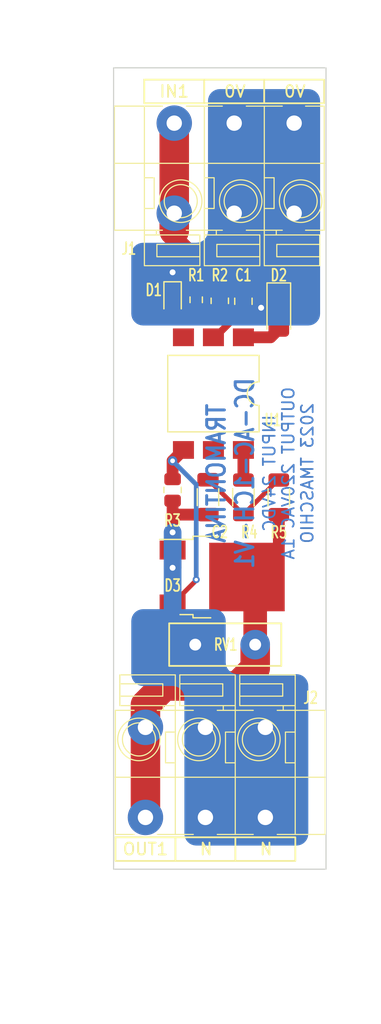
<source format=kicad_pcb>
(kicad_pcb (version 20221018) (generator pcbnew)
  (layers (0 "F.Cu" signal) (31 "B.Cu" signal) (34 "B.Paste" user) (35 "F.Paste" user) (36 "B.SilkS" user "B.Silkscreen") (37 "F.SilkS" user "F.Silkscreen") (38 "B.Mask" user) (39 "F.Mask" user) (44 "Edge.Cuts" user))
  (net 0 "")
  (net 1 "GND")
  (net 2 "Net-(D2-K)")
  (net 3 "Net-(C2-Pad1)")
  (net 4 "Net-(D3-A1)")
  (net 5 "Net-(D1-A)")
  (net 6 "Net-(D2-A)")
  (net 7 "Net-(D3-A2)")
  (net 8 "Net-(D3-G)")
  (net 9 "Net-(J1-Pin_3)")
  (net 10 "Net-(R4-Pad2)")
  (footprint "Tales:R_0603_1608Metric" (layer "F.Cu") (at 107 81.825 -90)
    (fp_text reference "R1" (at -2.075 0) (layer "F.SilkS") (effects (font (size 1 0.7))))
    (fp_text value "5,6k/100mW")
    (fp_line (start -0.237258 -0.5225) (end 0.237258 -0.5225) (stroke (width 0.12)) (layer "F.SilkS"))
    (fp_line (start -0.237258 0.5225) (end 0.237258 0.5225) (stroke (width 0.12)) (layer "F.SilkS"))
    (pad "1" smd roundrect (at -0.825 0 270) (size 0.8 0.95) (layers "F.Cu" "F.Paste" "F.Mask") (net 9 "Net-(J1-Pin_3)"))
    (pad "2" smd roundrect (at 0.825 0 270) (size 0.8 0.95) (layers "F.Cu" "F.Paste" "F.Mask") (net 5 "Net-(D1-A)"))
  )
  (footprint "Tales:C_1206_3216Metric" (layer "F.Cu") (at 108 98.525 -90)
    (fp_text reference "C2" (at 2.95 -1) (layer "F.SilkS") (effects (font (size 1 0.7))))
    (fp_text value "22nF/630V")
    (fp_line (start -0.711252 -0.91) (end 0.711252 -0.91) (stroke (width 0.12)) (layer "F.SilkS"))
    (fp_line (start -0.711252 0.91) (end 0.711252 0.91) (stroke (width 0.12)) (layer "F.SilkS"))
    (pad "1" smd roundrect (at -1.475 0 270) (size 1.15 1.8) (layers "F.Cu" "F.Paste" "F.Mask") (roundrect_rratio 0.2173913043) (net 3 "Net-(C2-Pad1)"))
    (pad "2" smd roundrect (at 1.475 0 270) (size 1.15 1.8) (layers "F.Cu" "F.Paste" "F.Mask") (roundrect_rratio 0.2173913043) (net 4 "Net-(D3-A1)"))
  )
  (footprint "Tales:LED_0603_1608Metric" (layer "F.Cu") (at 105 81.7875 -90)
    (fp_text reference "D1" (at -0.7875 1.6) (layer "F.SilkS") (effects (font (size 1 0.7))))
    (fp_text value "GREEN")
    (fp_line (start -1.485 -0.735) (end -1.485 0.735) (stroke (width 0.12)) (layer "F.SilkS"))
    (fp_line (start -1.485 0.735) (end 0.8 0.735) (stroke (width 0.12)) (layer "F.SilkS"))
    (fp_line (start 0.8 -0.735) (end -1.485 -0.735) (stroke (width 0.12)) (layer "F.SilkS"))
    (pad "1" smd roundrect (at -0.7875 0 270) (size 0.875 0.95) (layers "F.Cu" "F.Paste" "F.Mask") (net 1 "GND"))
    (pad "2" smd roundrect (at 0.7875 0 270) (size 0.875 0.95) (layers "F.Cu" "F.Paste" "F.Mask") (net 5 "Net-(D1-A)"))
  )
  (footprint "Tales:TO-252-2" (layer "F.Cu") (at 109.2 105.28)
    (fp_text reference "D3" (at -4.2 0.72) (layer "F.SilkS") (effects (font (size 1 0.7))))
    (fp_text value "T435-600B")
    (fp_line (start -2.47 -3.45) (end -2.47 -3.18) (stroke (width 0.12)) (layer "F.SilkS"))
    (fp_line (start -2.47 -3.18) (end -5.3 -3.18) (stroke (width 0.12)) (layer "F.SilkS"))
    (fp_line (start -2.47 3.18) (end -3.57 3.18) (stroke (width 0.12)) (layer "F.SilkS"))
    (fp_line (start -2.47 3.45) (end -2.47 3.18) (stroke (width 0.12)) (layer "F.SilkS"))
    (fp_line (start -0.97 -3.45) (end -2.47 -3.45) (stroke (width 0.12)) (layer "F.SilkS"))
    (fp_line (start -0.97 3.45) (end -2.47 3.45) (stroke (width 0.12)) (layer "F.SilkS"))
    (pad "1" smd rect (at -4.2 -2.28) (size 2.2 1.6) (layers "F.Cu" "F.Paste" "F.Mask") (net 4 "Net-(D3-A1)"))
    (pad "2" smd rect (at 2.1 0) (size 6.4 5.8) (layers "F.Cu" "F.Mask") (net 7 "Net-(D3-A2)"))
    (pad "3" smd rect (at -4.2 2.28) (size 2.2 1.6) (layers "F.Cu" "F.Paste" "F.Mask") (net 8 "Net-(D3-G)"))
  )
  (footprint "Tales:TerminalBlock_Dibo_DB142V-5.08-3P_1x03_P5.08mm_Vertical" (layer "F.Cu") (at 102.7 125.62)
    (fp_text reference "J2" (at 14 -10.12 unlocked) (layer "F.SilkS") (effects (font (size 1 0.7))))
    (fp_text value "DB142V-5.08-3P")
    (fp_line (start -2.55 1.44) (end -2.55 -9.06) (stroke (width 0.1)) (layer "F.SilkS"))
    (fp_line (start -2.17 -12.06) (end 2.53 -12.06) (stroke (width 0.1)) (layer "F.SilkS"))
    (fp_line (start -2.17 -9.46) (end -2.17 -12.06) (stroke (width 0.1)) (layer "F.SilkS"))
    (fp_line (start -2.11 -10.26) (end 1.47 -10.26) (stroke (width 0.1)) (layer "F.SilkS"))
    (fp_line (start -0.966 -9.06) (end -2.55 -9.06) (stroke (width 0.1)) (layer "F.SilkS"))
    (fp_line (start -0.966 1.44) (end -2.55 1.44) (stroke (width 0.1)) (layer "F.SilkS"))
    (fp_line (start 1.47 -11.303) (end -2.11 -11.303) (stroke (width 0.1)) (layer "F.SilkS"))
    (fp_line (start 1.47 -10.26) (end 1.47 -11.303) (stroke (width 0.1)) (layer "F.SilkS"))
    (fp_line (start 1.514 -9.46) (end 1.514 -9.06) (stroke (width 0.1)) (layer "F.SilkS"))
    (fp_line (start 1.701 -7.22) (end 2.53 -7.22) (stroke (width 0.1)) (layer "F.SilkS"))
    (fp_line (start 1.701 -4.62) (end 1.701 -7.22) (stroke (width 0.1)) (layer "F.SilkS"))
    (fp_line (start 2.53 -12.06) (end 2.53 -9.06) (stroke (width 0.1)) (layer "F.SilkS"))
    (fp_line (start 2.53 -9.46) (end -2.17 -9.46) (stroke (width 0.1)) (layer "F.SilkS"))
    (fp_line (start 2.53 -4.62) (end 1.701 -4.62) (stroke (width 0.1)) (layer "F.SilkS"))
    (fp_line (start 2.53 1.44) (end 2.53 -9.06) (stroke (width 0.1)) (layer "F.SilkS"))
    (fp_line (start 2.91 -12.06) (end 7.61 -12.06) (stroke (width 0.1)) (layer "F.SilkS"))
    (fp_line (start 2.91 -9.46) (end 2.91 -12.06) (stroke (width 0.1)) (layer "F.SilkS"))
    (fp_line (start 2.97 -10.26) (end 6.55 -10.26) (stroke (width 0.1)) (layer "F.SilkS"))
    (fp_line (start 4.054 -9.06) (end 1.006 -9.06) (stroke (width 0.1)) (layer "F.SilkS"))
    (fp_line (start 4.054 1.44) (end 1.006 1.44) (stroke (width 0.1)) (layer "F.SilkS"))
    (fp_line (start 6.55 -11.303) (end 2.97 -11.303) (stroke (width 0.1)) (layer "F.SilkS"))
    (fp_line (start 6.55 -10.26) (end 6.55 -11.303) (stroke (width 0.1)) (layer "F.SilkS"))
    (fp_line (start 6.594 -9.46) (end 6.594 -9.06) (stroke (width 0.1)) (layer "F.SilkS"))
    (fp_line (start 6.781 -7.22) (end 7.61 -7.22) (stroke (width 0.1)) (layer "F.SilkS"))
    (fp_line (start 6.781 -4.62) (end 6.781 -7.22) (stroke (width 0.1)) (layer "F.SilkS"))
    (fp_line (start 7.61 -12.06) (end 7.61 -9.06) (stroke (width 0.1)) (layer "F.SilkS"))
    (fp_line (start 7.61 -9.46) (end 2.91 -9.46) (stroke (width 0.1)) (layer "F.SilkS"))
    (fp_line (start 7.61 -4.62) (end 6.781 -4.62) (stroke (width 0.1)) (layer "F.SilkS"))
    (fp_line (start 7.61 1.44) (end 7.61 -9.06) (stroke (width 0.1)) (layer "F.SilkS"))
    (fp_line (start 7.99 -12.06) (end 12.69 -12.06) (stroke (width 0.1)) (layer "F.SilkS"))
    (fp_line (start 7.99 -9.46) (end 7.99 -12.06) (stroke (width 0.1)) (layer "F.SilkS"))
    (fp_line (start 8.05 -10.26) (end 11.63 -10.26) (stroke (width 0.1)) (layer "F.SilkS"))
    (fp_line (start 9.134 -9.06) (end 6.086 -9.06) (stroke (width 0.1)) (layer "F.SilkS"))
    (fp_line (start 9.134 1.44) (end 6.086 1.44) (stroke (width 0.1)) (layer "F.SilkS"))
    (fp_line (start 11.166 -9.06) (end 15.23 -9.06) (stroke (width 0.1)) (layer "F.SilkS"))
    (fp_line (start 11.63 -11.303) (end 8.05 -11.303) (stroke (width 0.1)) (layer "F.SilkS"))
    (fp_line (start 11.63 -10.26) (end 11.63 -11.303) (stroke (width 0.1)) (layer "F.SilkS"))
    (fp_line (start 11.674 -9.46) (end 11.674 -9.06) (stroke (width 0.1)) (layer "F.SilkS"))
    (fp_line (start 11.861 -7.22) (end 12.69 -7.22) (stroke (width 0.1)) (layer "F.SilkS"))
    (fp_line (start 11.861 -4.62) (end 11.861 -7.22) (stroke (width 0.1)) (layer "F.SilkS"))
    (fp_line (start 12.69 -12.06) (end 12.69 -9.06) (stroke (width 0.1)) (layer "F.SilkS"))
    (fp_line (start 12.69 -9.46) (end 7.99 -9.46) (stroke (width 0.1)) (layer "F.SilkS"))
    (fp_line (start 12.69 -4.62) (end 11.861 -4.62) (stroke (width 0.1)) (layer "F.SilkS"))
    (fp_line (start 12.69 1.44) (end 12.69 -9.06) (stroke (width 0.1)) (layer "F.SilkS"))
    (fp_line (start 15.23 -9.06) (end 15.23 1.44) (stroke (width 0.1)) (layer "F.SilkS"))
    (fp_line (start 15.23 -3.4) (end -2.58 -3.4) (stroke (width 0.1)) (layer "F.SilkS"))
    (fp_line (start 15.23 1.44) (end 11.166 1.44) (stroke (width 0.1)) (layer "F.SilkS"))
    (fp_circle (center -0.55 -6.6) (end 0.85 -6.6) (stroke (width 0.1)) (fill none) (layer "F.SilkS"))
    (fp_circle (center -0.55 -6.6) (end 1.25 -6.6) (stroke (width 0.1)) (fill none) (layer "F.SilkS"))
    (fp_circle (center 4.53 -6.6) (end 5.93 -6.6) (stroke (width 0.1)) (fill none) (layer "F.SilkS"))
    (fp_circle (center 4.53 -6.6) (end 6.33 -6.6) (stroke (width 0.1)) (fill none) (layer "F.SilkS"))
    (fp_circle (center 9.61 -6.6) (end 11.01 -6.6) (stroke (width 0.1)) (fill none) (layer "F.SilkS"))
    (fp_circle (center 9.61 -6.6) (end 11.41 -6.6) (stroke (width 0.1)) (fill none) (layer "F.SilkS"))
    (pad "1" thru_hole circle (at 0 -7.62 180) (size 3 3) (drill 1.3) (layers "*.Cu" "*.Mask") (net 7 "Net-(D3-A2)"))
    (pad "1" thru_hole circle (at 0 0 180) (size 3 3) (drill 1.3) (layers "*.Cu" "*.Mask") (net 7 "Net-(D3-A2)"))
    (pad "2" thru_hole circle (at 5.08 -7.62 180) (size 3 3) (drill 1.3) (layers "*.Cu" "*.Mask") (net 4 "Net-(D3-A1)"))
    (pad "2" thru_hole circle (at 5.08 0 180) (size 3 3) (drill 1.3) (layers "*.Cu" "*.Mask") (net 4 "Net-(D3-A1)"))
    (pad "3" thru_hole circle (at 10.16 -7.62 180) (size 3 3) (drill 1.3) (layers "*.Cu" "*.Mask") (net 4 "Net-(D3-A1)"))
    (pad "3" thru_hole circle (at 10.16 0 180) (size 3 3) (drill 1.3) (layers "*.Cu" "*.Mask") (net 4 "Net-(D3-A1)"))
  )
  (footprint "Tales:R_0805_2012Metric" (layer "F.Cu") (at 109 81.9125 -90)
    (fp_text reference "R2" (at -2.1625 0) (layer "F.SilkS") (effects (font (size 1 0.7))))
    (fp_text value "1k8/125mW")
    (fp_line (start -0.227064 -0.735) (end 0.227064 -0.735) (stroke (width 0.12)) (layer "F.SilkS"))
    (fp_line (start -0.227064 0.735) (end 0.227064 0.735) (stroke (width 0.12)) (layer "F.SilkS"))
    (pad "1" smd roundrect (at -0.9125 0 270) (size 1.025 1.4) (layers "F.Cu" "F.Paste" "F.Mask") (roundrect_rratio 0.243902439) (net 2 "Net-(D2-K)"))
    (pad "2" smd roundrect (at 0.9125 0 270) (size 1.025 1.4) (layers "F.Cu" "F.Paste" "F.Mask") (roundrect_rratio 0.243902439) (net 9 "Net-(J1-Pin_3)"))
  )
  (footprint "Tales:RV_Disc_D9.50mm_W3.6mm_P5.08mm" (layer "F.Cu") (at 112 111 180)
    (fp_text reference "RV1" (at 2.5 0) (layer "F.SilkS") (effects (font (size 1 0.7))))
    (fp_text value "275VAC")
    (fp_line (start -2.21 -1.8) (end -2.21 1.8) (stroke (width 0.15)) (layer "F.SilkS"))
    (fp_line (start -2.21 -1.8) (end 7.29 -1.8) (stroke (width 0.15)) (layer "F.SilkS"))
    (fp_line (start -2.21 1.8) (end 7.29 1.8) (stroke (width 0.15)) (layer "F.SilkS"))
    (fp_line (start 7.29 -1.8) (end 7.29 1.8) (stroke (width 0.15)) (layer "F.SilkS"))
    (pad "1" thru_hole circle (at 0 0 180) (size 2.5 2.5) (drill 1) (layers "*.Cu" "*.Mask") (net 7 "Net-(D3-A2)"))
    (pad "2" thru_hole circle (at 5.08 0 180) (size 2.5 2.5) (drill 1) (layers "*.Cu" "*.Mask") (net 4 "Net-(D3-A1)"))
  )
  (footprint "Tales:R_1206_3216Metric" (layer "F.Cu") (at 114 98.5375 90)
    (fp_text reference "R5" (at -2.9625 0) (layer "F.SilkS") (effects (font (size 1 0.7))))
    (fp_text value "51R/250mW")
    (fp_line (start -0.727064 -0.91) (end 0.727064 -0.91) (stroke (width 0.12)) (layer "F.SilkS"))
    (fp_line (start -0.727064 0.91) (end 0.727064 0.91) (stroke (width 0.12)) (layer "F.SilkS"))
    (pad "1" smd roundrect (at -1.4625 0 90) (size 1.125 1.75) (layers "F.Cu" "F.Paste" "F.Mask") (roundrect_rratio 0.2222222222) (net 7 "Net-(D3-A2)"))
    (pad "2" smd roundrect (at 1.4625 0 90) (size 1.125 1.75) (layers "F.Cu" "F.Paste" "F.Mask") (roundrect_rratio 0.2222222222) (net 3 "Net-(C2-Pad1)"))
  )
  (footprint "Tales:TerminalBlock_Dibo_DB142V-5.08-3P_1x03_P5.08mm_Vertical" (layer "F.Cu") (at 115.3 66.88 180)
    (fp_text reference "J1" (at 14 -10.62 unlocked) (layer "F.SilkS") (effects (font (size 1 0.7))))
    (fp_text value "DB142V-5.08-3P")
    (fp_line (start -2.55 1.44) (end -2.55 -9.06) (stroke (width 0.1)) (layer "F.SilkS"))
    (fp_line (start -2.17 -12.06) (end 2.53 -12.06) (stroke (width 0.1)) (layer "F.SilkS"))
    (fp_line (start -2.17 -9.46) (end -2.17 -12.06) (stroke (width 0.1)) (layer "F.SilkS"))
    (fp_line (start -2.11 -10.26) (end 1.47 -10.26) (stroke (width 0.1)) (layer "F.SilkS"))
    (fp_line (start -0.966 -9.06) (end -2.55 -9.06) (stroke (width 0.1)) (layer "F.SilkS"))
    (fp_line (start -0.966 1.44) (end -2.55 1.44) (stroke (width 0.1)) (layer "F.SilkS"))
    (fp_line (start 1.47 -11.303) (end -2.11 -11.303) (stroke (width 0.1)) (layer "F.SilkS"))
    (fp_line (start 1.47 -10.26) (end 1.47 -11.303) (stroke (width 0.1)) (layer "F.SilkS"))
    (fp_line (start 1.514 -9.46) (end 1.514 -9.06) (stroke (width 0.1)) (layer "F.SilkS"))
    (fp_line (start 1.701 -7.22) (end 2.53 -7.22) (stroke (width 0.1)) (layer "F.SilkS"))
    (fp_line (start 1.701 -4.62) (end 1.701 -7.22) (stroke (width 0.1)) (layer "F.SilkS"))
    (fp_line (start 2.53 -12.06) (end 2.53 -9.06) (stroke (width 0.1)) (layer "F.SilkS"))
    (fp_line (start 2.53 -9.46) (end -2.17 -9.46) (stroke (width 0.1)) (layer "F.SilkS"))
    (fp_line (start 2.53 -4.62) (end 1.701 -4.62) (stroke (width 0.1)) (layer "F.SilkS"))
    (fp_line (start 2.53 1.44) (end 2.53 -9.06) (stroke (width 0.1)) (layer "F.SilkS"))
    (fp_line (start 2.91 -12.06) (end 7.61 -12.06) (stroke (width 0.1)) (layer "F.SilkS"))
    (fp_line (start 2.91 -9.46) (end 2.91 -12.06) (stroke (width 0.1)) (layer "F.SilkS"))
    (fp_line (start 2.97 -10.26) (end 6.55 -10.26) (stroke (width 0.1)) (layer "F.SilkS"))
    (fp_line (start 4.054 -9.06) (end 1.006 -9.06) (stroke (width 0.1)) (layer "F.SilkS"))
    (fp_line (start 4.054 1.44) (end 1.006 1.44) (stroke (width 0.1)) (layer "F.SilkS"))
    (fp_line (start 6.55 -11.303) (end 2.97 -11.303) (stroke (width 0.1)) (layer "F.SilkS"))
    (fp_line (start 6.55 -10.26) (end 6.55 -11.303) (stroke (width 0.1)) (layer "F.SilkS"))
    (fp_line (start 6.594 -9.46) (end 6.594 -9.06) (stroke (width 0.1)) (layer "F.SilkS"))
    (fp_line (start 6.781 -7.22) (end 7.61 -7.22) (stroke (width 0.1)) (layer "F.SilkS"))
    (fp_line (start 6.781 -4.62) (end 6.781 -7.22) (stroke (width 0.1)) (layer "F.SilkS"))
    (fp_line (start 7.61 -12.06) (end 7.61 -9.06) (stroke (width 0.1)) (layer "F.SilkS"))
    (fp_line (start 7.61 -9.46) (end 2.91 -9.46) (stroke (width 0.1)) (layer "F.SilkS"))
    (fp_line (start 7.61 -4.62) (end 6.781 -4.62) (stroke (width 0.1)) (layer "F.SilkS"))
    (fp_line (start 7.61 1.44) (end 7.61 -9.06) (stroke (width 0.1)) (layer "F.SilkS"))
    (fp_line (start 7.99 -12.06) (end 12.69 -12.06) (stroke (width 0.1)) (layer "F.SilkS"))
    (fp_line (start 7.99 -9.46) (end 7.99 -12.06) (stroke (width 0.1)) (layer "F.SilkS"))
    (fp_line (start 8.05 -10.26) (end 11.63 -10.26) (stroke (width 0.1)) (layer "F.SilkS"))
    (fp_line (start 9.134 -9.06) (end 6.086 -9.06) (stroke (width 0.1)) (layer "F.SilkS"))
    (fp_line (start 9.134 1.44) (end 6.086 1.44) (stroke (width 0.1)) (layer "F.SilkS"))
    (fp_line (start 11.166 -9.06) (end 15.23 -9.06) (stroke (width 0.1)) (layer "F.SilkS"))
    (fp_line (start 11.63 -11.303) (end 8.05 -11.303) (stroke (width 0.1)) (layer "F.SilkS"))
    (fp_line (start 11.63 -10.26) (end 11.63 -11.303) (stroke (width 0.1)) (layer "F.SilkS"))
    (fp_line (start 11.674 -9.46) (end 11.674 -9.06) (stroke (width 0.1)) (layer "F.SilkS"))
    (fp_line (start 11.861 -7.22) (end 12.69 -7.22) (stroke (width 0.1)) (layer "F.SilkS"))
    (fp_line (start 11.861 -4.62) (end 11.861 -7.22) (stroke (width 0.1)) (layer "F.SilkS"))
    (fp_line (start 12.69 -12.06) (end 12.69 -9.06) (stroke (width 0.1)) (layer "F.SilkS"))
    (fp_line (start 12.69 -9.46) (end 7.99 -9.46) (stroke (width 0.1)) (layer "F.SilkS"))
    (fp_line (start 12.69 -4.62) (end 11.861 -4.62) (stroke (width 0.1)) (layer "F.SilkS"))
    (fp_line (start 12.69 1.44) (end 12.69 -9.06) (stroke (width 0.1)) (layer "F.SilkS"))
    (fp_line (start 15.23 -9.06) (end 15.23 1.44) (stroke (width 0.1)) (layer "F.SilkS"))
    (fp_line (start 15.23 -3.4) (end -2.58 -3.4) (stroke (width 0.1)) (layer "F.SilkS"))
    (fp_line (start 15.23 1.44) (end 11.166 1.44) (stroke (width 0.1)) (layer "F.SilkS"))
    (fp_circle (center -0.55 -6.6) (end 0.85 -6.6) (stroke (width 0.1)) (fill none) (layer "F.SilkS"))
    (fp_circle (center -0.55 -6.6) (end 1.25 -6.6) (stroke (width 0.1)) (fill none) (layer "F.SilkS"))
    (fp_circle (center 4.53 -6.6) (end 5.93 -6.6) (stroke (width 0.1)) (fill none) (layer "F.SilkS"))
    (fp_circle (center 4.53 -6.6) (end 6.33 -6.6) (stroke (width 0.1)) (fill none) (layer "F.SilkS"))
    (fp_circle (center 9.61 -6.6) (end 11.01 -6.6) (stroke (width 0.1)) (fill none) (layer "F.SilkS"))
    (fp_circle (center 9.61 -6.6) (end 11.41 -6.6) (stroke (width 0.1)) (fill none) (layer "F.SilkS"))
    (pad "1" thru_hole circle (at 0 -7.62) (size 3 3) (drill 1.3) (layers "*.Cu" "*.Mask") (net 1 "GND"))
    (pad "1" thru_hole circle (at 0 0) (size 3 3) (drill 1.3) (layers "*.Cu" "*.Mask") (net 1 "GND"))
    (pad "2" thru_hole circle (at 5.08 -7.62) (size 3 3) (drill 1.3) (layers "*.Cu" "*.Mask") (net 1 "GND"))
    (pad "2" thru_hole circle (at 5.08 0) (size 3 3) (drill 1.3) (layers "*.Cu" "*.Mask") (net 1 "GND"))
    (pad "3" thru_hole circle (at 10.16 -7.62) (size 3 3) (drill 1.3) (layers "*.Cu" "*.Mask") (net 9 "Net-(J1-Pin_3)"))
    (pad "3" thru_hole circle (at 10.16 0) (size 3 3) (drill 1.3) (layers "*.Cu" "*.Mask") (net 9 "Net-(J1-Pin_3)"))
  )
  (footprint "Tales:D_SOD-123" (layer "F.Cu") (at 114 82.65 -90)
    (fp_text reference "D2" (at -2.9 0) (layer "F.SilkS") (effects (font (size 1 0.7))))
    (fp_text value "9V1/500mW")
    (fp_line (start -2.25 -1) (end -2.25 1) (stroke (width 0.12)) (layer "F.SilkS"))
    (fp_line (start -2.25 -1) (end 1.65 -1) (stroke (width 0.12)) (layer "F.SilkS"))
    (fp_line (start -2.25 1) (end 1.65 1) (stroke (width 0.12)) (layer "F.SilkS"))
    (pad "1" smd roundrect (at -1.65 0 270) (size 1.3 1.75) (layers "F.Cu" "F.Paste" "F.Mask") (net 2 "Net-(D2-K)"))
    (pad "2" smd roundrect (at 1.65 0 270) (size 1.3 1.75) (layers "F.Cu" "F.Paste" "F.Mask") (net 6 "Net-(D2-A)"))
  )
  (footprint "Tales:C_0805_2012Metric" (layer "F.Cu") (at 111 81.95 -90)
    (fp_text reference "C1" (at -2.2 0) (layer "F.SilkS") (effects (font (size 1 0.7))))
    (fp_text value "33nF/50V")
    (fp_line (start -0.261252 -0.735) (end 0.261252 -0.735) (stroke (width 0.12)) (layer "F.SilkS"))
    (fp_line (start -0.261252 0.735) (end 0.261252 0.735) (stroke (width 0.12)) (layer "F.SilkS"))
    (pad "1" smd roundrect (at -0.95 0 270) (size 1 1.45) (layers "F.Cu" "F.Paste" "F.Mask") (net 2 "Net-(D2-K)"))
    (pad "2" smd roundrect (at 0.95 0 270) (size 1 1.45) (layers "F.Cu" "F.Paste" "F.Mask") (net 1 "GND"))
  )
  (footprint "Tales:SMDIP-6_W9.53mm_Clearance8mm" (layer "F.Cu") (at 108.46 89.765 -90)
    (fp_text reference "U1" (at 2.235 -5.04) (layer "F.SilkS") (effects (font (size 1 0.7))))
    (fp_text value "MOC3063S")
    (fp_line (start -3.235 -3.87) (end -3.235 3.87) (stroke (width 0.12)) (layer "F.SilkS"))
    (fp_line (start -3.235 3.87) (end 3.235 3.87) (stroke (width 0.12)) (layer "F.SilkS"))
    (fp_line (start -1 -3.87) (end -3.235 -3.87) (stroke (width 0.12)) (layer "F.SilkS"))
    (fp_line (start 3.235 -3.87) (end 1 -3.87) (stroke (width 0.12)) (layer "F.SilkS"))
    (fp_line (start 3.235 3.87) (end 3.235 -3.87) (stroke (width 0.12)) (layer "F.SilkS"))
    (fp_arc (start 1 -3.87) (mid 0 -2.87) (end -1 -3.87) (stroke (width 0.12)) (layer "F.SilkS"))
    (pad "1" smd rect (at -4.765 -2.54 270) (size 1.5 1.78) (layers "F.Cu" "F.Paste" "F.Mask") (net 6 "Net-(D2-A)"))
    (pad "2" smd rect (at -4.765 0 270) (size 1.5 1.78) (layers "F.Cu" "F.Paste" "F.Mask") (net 1 "GND"))
    (pad "3" smd rect (at -4.765 2.54 270) (size 1.5 1.78) (layers "F.Cu" "F.Paste" "F.Mask"))
    (pad "4" smd rect (at 4.765 2.54 270) (size 1.5 1.78) (layers "F.Cu" "F.Paste" "F.Mask") (net 8 "Net-(D3-G)"))
    (pad "5" smd rect (at 4.765 0 270) (size 1.5 1.78) (layers "F.Cu" "F.Paste" "F.Mask"))
    (pad "6" smd rect (at 4.765 -2.54 270) (size 1.5 1.78) (layers "F.Cu" "F.Paste" "F.Mask") (net 10 "Net-(R4-Pad2)"))
  )
  (footprint "Tales:R_1206_3216Metric" (layer "F.Cu") (at 111 98.5375 90)
    (fp_text reference "R4" (at -2.9625 0.5) (layer "F.SilkS") (effects (font (size 1 0.7))))
    (fp_text value "150R/250mW")
    (fp_line (start -0.727064 -0.91) (end 0.727064 -0.91) (stroke (width 0.12)) (layer "F.SilkS"))
    (fp_line (start -0.727064 0.91) (end 0.727064 0.91) (stroke (width 0.12)) (layer "F.SilkS"))
    (pad "1" smd roundrect (at -1.4625 0 90) (size 1.125 1.75) (layers "F.Cu" "F.Paste" "F.Mask") (roundrect_rratio 0.2222222222) (net 3 "Net-(C2-Pad1)"))
    (pad "2" smd roundrect (at 1.4625 0 90) (size 1.125 1.75) (layers "F.Cu" "F.Paste" "F.Mask") (roundrect_rratio 0.2222222222) (net 10 "Net-(R4-Pad2)"))
  )
  (footprint "Tales:R_0805_2012Metric" (layer "F.Cu") (at 105 97.9125 -90)
    (fp_text reference "R3" (at 2.5875 0) (layer "F.SilkS") (effects (font (size 1 0.7))))
    (fp_text value "390R/125mW")
    (fp_line (start -0.227064 -0.735) (end 0.227064 -0.735) (stroke (width 0.12)) (layer "F.SilkS"))
    (fp_line (start -0.227064 0.735) (end 0.227064 0.735) (stroke (width 0.12)) (layer "F.SilkS"))
    (pad "1" smd roundrect (at -0.9125 0 270) (size 1.025 1.4) (layers "F.Cu" "F.Paste" "F.Mask") (roundrect_rratio 0.243902439) (net 8 "Net-(D3-G)"))
    (pad "2" smd roundrect (at 0.9125 0 270) (size 1.025 1.4) (layers "F.Cu" "F.Paste" "F.Mask") (roundrect_rratio 0.243902439) (net 4 "Net-(D3-A1)"))
  )
  (gr_rect (start 102.6 63.2) (end 117.84 65.2) (stroke (width 0.15)) (fill none) (layer "F.SilkS"))
  (gr_line (start 105.24 127.3) (end 105.24 129.3) (stroke (width 0.15)) (layer "F.SilkS"))
  (gr_line (start 110.32 127.3) (end 110.32 129.3) (stroke (width 0.15)) (layer "F.SilkS"))
  (gr_line (start 107.68 63.2) (end 107.68 65.2) (stroke (width 0.15)) (layer "F.SilkS"))
  (gr_rect (start 100.16 127.3) (end 115.4 129.3) (stroke (width 0.15)) (fill none) (layer "F.SilkS"))
  (gr_line (start 112.76 63.2) (end 112.76 65.2) (stroke (width 0.15)) (layer "F.SilkS"))
  (gr_rect (start 100 62.2) (end 118 130) (stroke (width 0.1)) (fill none) (layer "Edge.Cuts"))
  (gr_text "TRAMONTINA\nDC-AC-1CH-V1" (at 112 96.5 90) (layer "B.Cu") (effects (font (size 1.5 1.3) (thickness 0.25) bold) (justify bottom mirror)))
  (gr_text "INPUT 24VDC\nOUTPUT 220VAC 1A\n2023 TMASCHIO" (at 117 96.5 90) (layer "B.Cu") (effects (font (size 1 1)) (justify bottom mirror)))
  (gr_text "0V" (at 115.36 64.2) (layer "F.SilkS") (effects (font (size 1 1) (thickness 0.16) bold)))
  (gr_text "N" (at 107.84 128.3) (layer "F.SilkS") (effects (font (size 1 1) (thickness 0.16) bold)))
  (gr_text "OUT1" (at 102.7 128.3) (layer "F.SilkS") (effects (font (size 1 1) (thickness 0.16) bold)))
  (gr_text "N" (at 112.92 128.3) (layer "F.SilkS") (effects (font (size 1 1) (thickness 0.16) bold)))
  (gr_text "IN1" (at 105.14 64.2) (layer "F.SilkS") (effects (font (size 1 1) (thickness 0.16) bold)))
  (gr_text "0V" (at 110.28 64.2) (layer "F.SilkS") (effects (font (size 1 1) (thickness 0.16) bold)))
  (segment (start 110.7 82.9) (end 111 82.9) (width 0.6) (layer "F.Cu") (net 1))
  (segment (start 105 81) (end 105 79.5) (width 0.8) (layer "F.Cu") (net 1))
  (segment (start 112.1 82.9) (end 112.5 82.5) (width 0.8) (layer "F.Cu") (net 1))
  (segment (start 108.46 85) (end 108.6 85) (width 0.6) (layer "F.Cu") (net 1))
  (segment (start 108.6 85) (end 110.7 82.9) (width 0.6) (layer "F.Cu") (net 1))
  (segment (start 111 82.9) (end 112.1 82.9) (width 0.8) (layer "F.Cu") (net 1))
  (via (at 105 79.5) (size 1.2) (drill 0.5) (layers "F.Cu" "B.Cu") (net 1))
  (via (at 112.5 82.5) (size 1.2) (drill 0.5) (layers "F.Cu" "B.Cu") (net 1))
  (segment (start 108 82.5) (end 105 79.5) (width 1) (layer "B.Cu") (net 1))
  (segment (start 115.3 66.88) (end 115.3 74.5) (width 2.5) (layer "B.Cu") (net 1))
  (segment (start 110.22 66.88) (end 110.22 74.5) (width 2.5) (layer "B.Cu") (net 1))
  (segment (start 112.5 74.5) (end 115.3 74.5) (width 2.5) (layer "B.Cu") (net 1))
  (segment (start 112.5 82.5) (end 112.5 74.5) (width 0.8) (layer "B.Cu") (net 1))
  (segment (start 110.22 74.5) (end 112.5 74.5) (width 2.5) (layer "B.Cu") (net 1))
  (segment (start 112.5 82.5) (end 108 82.5) (width 1) (layer "B.Cu") (net 1))
  (segment (start 114 81) (end 111 81) (width 0.8) (layer "F.Cu") (net 2))
  (segment (start 111 81) (end 109 81) (width 0.8) (layer "F.Cu") (net 2))
  (segment (start 108 97.05) (end 108.05 97.05) (width 0.4) (layer "F.Cu") (net 3))
  (segment (start 113.925 97.075) (end 111 100) (width 0.4) (layer "F.Cu") (net 3))
  (segment (start 108.05 97.05) (end 111 100) (width 0.4) (layer "F.Cu") (net 3))
  (segment (start 114 97.075) (end 113.925 97.075) (width 0.4) (layer "F.Cu") (net 3))
  (segment (start 105 98.825) (end 105 100) (width 1) (layer "F.Cu") (net 4))
  (segment (start 105 101.5) (end 105 103) (width 1) (layer "F.Cu") (net 4))
  (segment (start 108 100) (end 105 100) (width 1) (layer "F.Cu") (net 4))
  (segment (start 105 100) (end 105 101.5) (width 1) (layer "F.Cu") (net 4))
  (segment (start 105 103) (end 105 104.5) (width 1.5) (layer "F.Cu") (net 4))
  (via (at 105 104.5) (size 1.3) (drill 0.5) (layers "F.Cu" "B.Cu") (net 4))
  (via (at 105 101.5) (size 1.3) (drill 0.5) (layers "F.Cu" "B.Cu") (net 4))
  (segment (start 105 109.08) (end 106.92 111) (width 1.5) (layer "B.Cu") (net 4))
  (segment (start 105 104.5) (end 105 109.08) (width 1.5) (layer "B.Cu") (net 4))
  (segment (start 107.78 125.62) (end 107.78 118) (width 2.5) (layer "B.Cu") (net 4))
  (segment (start 112.86 125.62) (end 112.86 118) (width 2.5) (layer "B.Cu") (net 4))
  (segment (start 107.78 118) (end 112.86 118) (width 2.5) (layer "B.Cu") (net 4))
  (segment (start 105 104.5) (end 105 101.5) (width 1.5) (layer "B.Cu") (net 4))
  (segment (start 105.075 82.65) (end 105 82.575) (width 0.8) (layer "F.Cu") (net 5))
  (segment (start 107 82.65) (end 105.075 82.65) (width 0.8) (layer "F.Cu") (net 5))
  (segment (start 111 85) (end 113.3 85) (width 1) (layer "F.Cu") (net 6))
  (segment (start 113.3 85) (end 114 84.3) (width 1) (layer "F.Cu") (net 6))
  (segment (start 102.7 125.62) (end 102.7 118) (width 2.5) (layer "F.Cu") (net 7))
  (segment (start 102.7 118) (end 102.7 116.1) (width 2.5) (layer "F.Cu") (net 7))
  (segment (start 112 113) (end 112 111) (width 2.5) (layer "F.Cu") (net 7))
  (segment (start 114 102.58) (end 111.3 105.28) (width 1) (layer "F.Cu") (net 7))
  (segment (start 104.3 114.5) (end 110.5 114.5) (width 2.5) (layer "F.Cu") (net 7))
  (segment (start 110.5 114.5) (end 112 113) (width 2.5) (layer "F.Cu") (net 7))
  (segment (start 112 105.98) (end 111.3 105.28) (width 2) (layer "F.Cu") (net 7))
  (segment (start 112 111) (end 112 105.98) (width 2) (layer "F.Cu") (net 7))
  (segment (start 102.7 116.1) (end 104.3 114.5) (width 2.5) (layer "F.Cu") (net 7))
  (segment (start 114 100) (end 114 102.58) (width 1) (layer "F.Cu") (net 7))
  (segment (start 107 105.56) (end 105 107.56) (width 0.4) (layer "F.Cu") (net 8))
  (segment (start 107 105.5) (end 107 105.56) (width 0.4) (layer "F.Cu") (net 8))
  (segment (start 105 95.45) (end 105.92 94.53) (width 1) (layer "F.Cu") (net 8))
  (segment (start 105 97) (end 105 95.45) (width 1) (layer "F.Cu") (net 8))
  (via (at 105 95.45) (size 0.8) (drill 0.4) (layers "F.Cu" "B.Cu") (net 8))
  (via (at 107 105.5) (size 0.6) (drill 0.3) (layers "F.Cu" "B.Cu") (net 8))
  (segment (start 107 97.45) (end 107 105.5) (width 0.4) (layer "B.Cu") (net 8))
  (segment (start 105 95.45) (end 107 97.45) (width 0.4) (layer "B.Cu") (net 8))
  (segment (start 105.14 66.88) (end 105.14 74.5) (width 2.5) (layer "F.Cu") (net 9))
  (segment (start 108.825 82.825) (end 107 81) (width 0.6) (layer "F.Cu") (net 9))
  (segment (start 105.14 76) (end 105.14 74.5) (width 2.5) (layer "F.Cu") (net 9))
  (segment (start 109 82.825) (end 108.825 82.825) (width 0.6) (layer "F.Cu") (net 9))
  (segment (start 105.14 76) (end 107 77.86) (width 0.6) (layer "F.Cu") (net 9))
  (segment (start 107 77.86) (end 107 81) (width 0.6) (layer "F.Cu") (net 9))
  (segment (start 111 94.53) (end 111 97.075) (width 1) (layer "F.Cu") (net 10))
  (zone (net 1) (net_name "GND") (layer "B.Cu") (connect_pads yes (clearance 0.5)) (min_thickness 0.25) (fill yes (thermal_gap 0.5) (thermal_bridge_width 0.5) (smoothing fillet) (radius 1))
    (polygon (pts (xy 108 64) (xy 108 77) (xy 101.5 77) (xy 101.5 84) (xy 117.5 84) (xy 117.5 64)))
  )
  (zone (net 4) (net_name "Net-(D3-A1)") (layer "B.Cu") (priority 1) (connect_pads yes (clearance 1.2)) (min_thickness 0.25) (fill yes (thermal_gap 0.5) (thermal_bridge_width 0.5) (smoothing fillet) (radius 1))
    (polygon (pts (xy 106 114.5) (xy 101.5 114.5) (xy 101.5 108) (xy 105.5 108) (xy 109.5 108) (xy 109.5 113.5) (xy 116.5 113.5) (xy 116.5 128) (xy 106 128)))
  )
)
</source>
